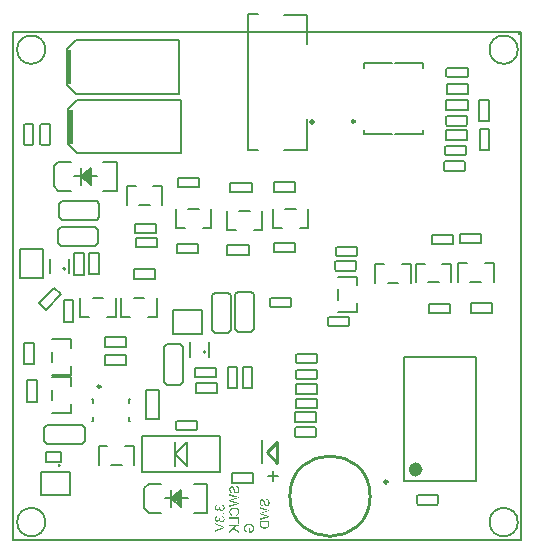
<source format=gbo>
%FSLAX25Y25*%
%MOIN*%
G70*
G01*
G75*
G04 Layer_Color=32896*
%ADD10C,0.01500*%
%ADD11C,0.02000*%
%ADD12R,0.02362X0.02362*%
%ADD13R,0.05000X0.07874*%
%ADD14R,0.05000X0.05000*%
%ADD15R,0.04800X0.05600*%
%ADD16R,0.02362X0.02362*%
%ADD17R,0.02756X0.03347*%
%ADD18O,0.06299X0.01181*%
%ADD19O,0.01181X0.06299*%
%ADD20R,0.06299X0.01181*%
%ADD21C,0.03937*%
G04:AMPARAMS|DCode=22|XSize=41.34mil|YSize=86.61mil|CornerRadius=6.2mil|HoleSize=0mil|Usage=FLASHONLY|Rotation=0.000|XOffset=0mil|YOffset=0mil|HoleType=Round|Shape=RoundedRectangle|*
%AMROUNDEDRECTD22*
21,1,0.04134,0.07421,0,0,0.0*
21,1,0.02894,0.08661,0,0,0.0*
1,1,0.01240,0.01447,-0.03711*
1,1,0.01240,-0.01447,-0.03711*
1,1,0.01240,-0.01447,0.03711*
1,1,0.01240,0.01447,0.03711*
%
%ADD22ROUNDEDRECTD22*%
G04:AMPARAMS|DCode=23|XSize=39.37mil|YSize=41.34mil|CornerRadius=5.91mil|HoleSize=0mil|Usage=FLASHONLY|Rotation=0.000|XOffset=0mil|YOffset=0mil|HoleType=Round|Shape=RoundedRectangle|*
%AMROUNDEDRECTD23*
21,1,0.03937,0.02953,0,0,0.0*
21,1,0.02756,0.04134,0,0,0.0*
1,1,0.01181,0.01378,-0.01476*
1,1,0.01181,-0.01378,-0.01476*
1,1,0.01181,-0.01378,0.01476*
1,1,0.01181,0.01378,0.01476*
%
%ADD23ROUNDEDRECTD23*%
%ADD24R,0.00984X0.01083*%
%ADD25R,0.01083X0.00984*%
%ADD26R,0.03347X0.02756*%
%ADD27R,0.01890X0.01181*%
%ADD28R,0.01181X0.01890*%
%ADD29R,0.00984X0.01083*%
%ADD30R,0.01083X0.00984*%
%ADD31R,0.00787X0.01378*%
%ADD32R,0.01181X0.01378*%
%ADD33R,0.00984X0.01378*%
%ADD34R,0.01181X0.01181*%
%ADD35R,0.03937X0.02362*%
%ADD36R,0.03937X0.03150*%
%ADD37R,0.03150X0.03937*%
%ADD38R,0.09843X0.11811*%
%ADD39O,0.07087X0.02362*%
%ADD40O,0.02362X0.07087*%
%ADD41C,0.00800*%
%ADD42C,0.01000*%
%ADD43C,0.00500*%
%ADD44C,0.00600*%
%ADD45R,0.12000X0.09600*%
%ADD46C,0.02000*%
%ADD47C,0.04000*%
%ADD48C,0.03000*%
%ADD49C,0.05000*%
%ADD50C,0.04000*%
%ADD51C,0.03000*%
%ADD52R,0.05906X0.03150*%
%ADD53R,0.07874X0.07087*%
%ADD54R,0.05906X0.05118*%
%ADD55R,0.02362X0.03937*%
%ADD56R,0.07874X0.07874*%
%ADD57P,0.03341X4X90.0*%
%ADD58R,0.09843X0.01969*%
%ADD59O,0.03937X0.07874*%
%ADD60R,0.08661X0.11811*%
G04:AMPARAMS|DCode=61|XSize=45mil|YSize=65mil|CornerRadius=5.63mil|HoleSize=0mil|Usage=FLASHONLY|Rotation=0.000|XOffset=0mil|YOffset=0mil|HoleType=Round|Shape=RoundedRectangle|*
%AMROUNDEDRECTD61*
21,1,0.04500,0.05375,0,0,0.0*
21,1,0.03375,0.06500,0,0,0.0*
1,1,0.01125,0.01688,-0.02688*
1,1,0.01125,-0.01688,-0.02688*
1,1,0.01125,-0.01688,0.02688*
1,1,0.01125,0.01688,0.02688*
%
%ADD61ROUNDEDRECTD61*%
%ADD62O,0.02953X0.01772*%
%ADD63R,0.11811X0.19685*%
%ADD64O,0.08661X0.02362*%
%ADD65R,0.07087X0.04331*%
%ADD66O,0.01378X0.02756*%
%ADD67R,0.05118X0.03937*%
%ADD68R,0.01200X0.01800*%
%ADD69R,0.02559X0.04921*%
%ADD70R,0.03937X0.05118*%
%ADD71R,0.04921X0.02559*%
%ADD72C,0.00787*%
%ADD73O,0.07874X0.03937*%
%ADD74R,0.10738X0.04200*%
%ADD75C,0.01200*%
%ADD76C,0.00300*%
%ADD77C,0.00400*%
%ADD78R,0.35200X0.19400*%
%ADD79R,0.02228X0.02472*%
%ADD80R,0.03162X0.03162*%
%ADD81R,0.05800X0.08674*%
%ADD82R,0.05800X0.05800*%
%ADD83R,0.05600X0.06400*%
%ADD84R,0.03162X0.03162*%
%ADD85R,0.03556X0.04147*%
%ADD86O,0.07099X0.01981*%
%ADD87O,0.01981X0.07099*%
%ADD88R,0.07099X0.01981*%
%ADD89C,0.04737*%
G04:AMPARAMS|DCode=90|XSize=49.34mil|YSize=94.61mil|CornerRadius=7.4mil|HoleSize=0mil|Usage=FLASHONLY|Rotation=0.000|XOffset=0mil|YOffset=0mil|HoleType=Round|Shape=RoundedRectangle|*
%AMROUNDEDRECTD90*
21,1,0.04934,0.07981,0,0,0.0*
21,1,0.03454,0.09461,0,0,0.0*
1,1,0.01480,0.01727,-0.03991*
1,1,0.01480,-0.01727,-0.03991*
1,1,0.01480,-0.01727,0.03991*
1,1,0.01480,0.01727,0.03991*
%
%ADD90ROUNDEDRECTD90*%
G04:AMPARAMS|DCode=91|XSize=47.37mil|YSize=49.34mil|CornerRadius=7.11mil|HoleSize=0mil|Usage=FLASHONLY|Rotation=0.000|XOffset=0mil|YOffset=0mil|HoleType=Round|Shape=RoundedRectangle|*
%AMROUNDEDRECTD91*
21,1,0.04737,0.03513,0,0,0.0*
21,1,0.03316,0.04934,0,0,0.0*
1,1,0.01421,0.01658,-0.01756*
1,1,0.01421,-0.01658,-0.01756*
1,1,0.01421,-0.01658,0.01756*
1,1,0.01421,0.01658,0.01756*
%
%ADD91ROUNDEDRECTD91*%
%ADD92R,0.01784X0.01883*%
%ADD93R,0.01883X0.01784*%
%ADD94R,0.04147X0.03556*%
%ADD95R,0.02690X0.01981*%
%ADD96R,0.01981X0.02690*%
%ADD97R,0.01784X0.01883*%
%ADD98R,0.01883X0.01784*%
%ADD99R,0.01587X0.02178*%
%ADD100R,0.01981X0.02178*%
%ADD101R,0.01784X0.02178*%
%ADD102R,0.01981X0.01981*%
%ADD103R,0.04737X0.03162*%
%ADD104R,0.04737X0.03950*%
%ADD105R,0.03950X0.04737*%
%ADD106R,0.10642X0.12611*%
%ADD107O,0.07887X0.03162*%
%ADD108O,0.03162X0.07887*%
%ADD109R,0.06706X0.03950*%
%ADD110R,0.08674X0.07887*%
%ADD111R,0.06706X0.05918*%
%ADD112R,0.03162X0.04737*%
%ADD113R,0.08674X0.08674*%
%ADD114P,0.04472X4X90.0*%
%ADD115R,0.10642X0.02769*%
%ADD116O,0.04737X0.08674*%
%ADD117R,0.09461X0.12611*%
G04:AMPARAMS|DCode=118|XSize=53mil|YSize=73mil|CornerRadius=6.63mil|HoleSize=0mil|Usage=FLASHONLY|Rotation=0.000|XOffset=0mil|YOffset=0mil|HoleType=Round|Shape=RoundedRectangle|*
%AMROUNDEDRECTD118*
21,1,0.05300,0.05975,0,0,0.0*
21,1,0.03975,0.07300,0,0,0.0*
1,1,0.01325,0.01988,-0.02988*
1,1,0.01325,-0.01988,-0.02988*
1,1,0.01325,-0.01988,0.02988*
1,1,0.01325,0.01988,0.02988*
%
%ADD118ROUNDEDRECTD118*%
%ADD119O,0.03753X0.02572*%
%ADD120R,0.12611X0.20485*%
%ADD121O,0.09461X0.03162*%
%ADD122R,0.07887X0.05131*%
%ADD123O,0.02178X0.03556*%
%ADD124R,0.05918X0.04737*%
%ADD125R,0.02000X0.02600*%
%ADD126R,0.03359X0.05721*%
%ADD127R,0.04737X0.05918*%
%ADD128R,0.05721X0.03359*%
%ADD129C,0.01587*%
%ADD130O,0.08674X0.04737*%
%ADD131C,0.00984*%
%ADD132C,0.02362*%
%ADD133C,0.01969*%
%ADD134C,0.00787*%
%ADD135C,0.00700*%
%ADD136R,0.01075X0.08000*%
%ADD137R,0.01575X0.11811*%
%ADD138R,0.00500X0.01500*%
%ADD139R,0.00600X0.02400*%
%ADD140R,0.00700X0.03600*%
%ADD141R,0.00800X0.04800*%
G36*
X75200Y4530D02*
X74090D01*
X73583Y4005D01*
X75200Y2867D01*
Y2305D01*
X73295Y3707D01*
X71997Y2364D01*
Y2940D01*
X73583Y4530D01*
X71997D01*
Y4953D01*
X75200D01*
Y4530D01*
D02*
G37*
G36*
Y5439D02*
X74822D01*
Y7017D01*
X71997D01*
Y7441D01*
X75200D01*
Y5439D01*
D02*
G37*
G36*
X73659Y10772D02*
X73743Y10768D01*
X73902Y10748D01*
X73979Y10737D01*
X74048Y10723D01*
X74114Y10706D01*
X74176Y10692D01*
X74232Y10675D01*
X74284Y10661D01*
X74326Y10647D01*
X74364Y10633D01*
X74392Y10623D01*
X74416Y10616D01*
X74430Y10612D01*
X74433Y10609D01*
X74506Y10574D01*
X74575Y10539D01*
X74638Y10501D01*
X74697Y10460D01*
X74752Y10418D01*
X74801Y10380D01*
X74846Y10338D01*
X74888Y10300D01*
X74926Y10262D01*
X74957Y10227D01*
X74981Y10196D01*
X75006Y10168D01*
X75023Y10147D01*
X75033Y10130D01*
X75040Y10120D01*
X75044Y10116D01*
X75082Y10054D01*
X75113Y9988D01*
X75141Y9918D01*
X75165Y9845D01*
X75183Y9776D01*
X75200Y9707D01*
X75214Y9637D01*
X75224Y9571D01*
X75235Y9509D01*
X75242Y9453D01*
X75245Y9401D01*
X75249Y9360D01*
X75252Y9322D01*
Y9297D01*
Y9280D01*
Y9273D01*
X75249Y9179D01*
X75242Y9093D01*
X75228Y9009D01*
X75210Y8929D01*
X75190Y8853D01*
X75165Y8784D01*
X75141Y8721D01*
X75117Y8662D01*
X75092Y8607D01*
X75068Y8562D01*
X75044Y8520D01*
X75023Y8489D01*
X75006Y8461D01*
X74992Y8444D01*
X74985Y8430D01*
X74981Y8426D01*
X74926Y8364D01*
X74867Y8305D01*
X74804Y8253D01*
X74742Y8204D01*
X74676Y8159D01*
X74607Y8121D01*
X74544Y8086D01*
X74478Y8055D01*
X74419Y8027D01*
X74364Y8006D01*
X74312Y7986D01*
X74270Y7972D01*
X74232Y7958D01*
X74208Y7951D01*
X74190Y7944D01*
X74183D01*
X74076Y8367D01*
X74149Y8385D01*
X74218Y8409D01*
X74284Y8433D01*
X74343Y8457D01*
X74398Y8485D01*
X74447Y8513D01*
X74492Y8541D01*
X74534Y8568D01*
X74568Y8596D01*
X74600Y8621D01*
X74627Y8645D01*
X74648Y8662D01*
X74666Y8680D01*
X74676Y8693D01*
X74683Y8700D01*
X74686Y8704D01*
X74721Y8753D01*
X74752Y8801D01*
X74780Y8850D01*
X74804Y8902D01*
X74825Y8954D01*
X74843Y9002D01*
X74867Y9099D01*
X74874Y9141D01*
X74881Y9183D01*
X74884Y9217D01*
X74888Y9249D01*
X74891Y9273D01*
Y9290D01*
Y9304D01*
Y9308D01*
X74888Y9363D01*
X74884Y9415D01*
X74867Y9516D01*
X74843Y9610D01*
X74815Y9689D01*
X74801Y9724D01*
X74791Y9755D01*
X74777Y9783D01*
X74766Y9807D01*
X74756Y9828D01*
X74749Y9842D01*
X74742Y9849D01*
Y9852D01*
X74711Y9898D01*
X74679Y9939D01*
X74607Y10016D01*
X74534Y10078D01*
X74457Y10130D01*
X74392Y10168D01*
X74364Y10186D01*
X74336Y10199D01*
X74315Y10206D01*
X74301Y10213D01*
X74291Y10220D01*
X74287D01*
X74169Y10258D01*
X74048Y10290D01*
X73927Y10311D01*
X73871Y10317D01*
X73816Y10324D01*
X73763Y10328D01*
X73718Y10331D01*
X73677Y10335D01*
X73642D01*
X73611Y10338D01*
X73573D01*
X73455Y10335D01*
X73344Y10324D01*
X73239Y10307D01*
X73191Y10300D01*
X73146Y10290D01*
X73108Y10279D01*
X73069Y10272D01*
X73038Y10262D01*
X73010Y10255D01*
X72990Y10251D01*
X72972Y10244D01*
X72962Y10241D01*
X72958D01*
X72851Y10196D01*
X72757Y10144D01*
X72677Y10088D01*
X72643Y10057D01*
X72608Y10029D01*
X72580Y10002D01*
X72556Y9977D01*
X72532Y9953D01*
X72514Y9936D01*
X72500Y9918D01*
X72490Y9905D01*
X72487Y9898D01*
X72483Y9894D01*
X72452Y9845D01*
X72424Y9797D01*
X72400Y9745D01*
X72379Y9693D01*
X72348Y9589D01*
X72323Y9488D01*
X72316Y9447D01*
X72313Y9405D01*
X72309Y9367D01*
X72306Y9335D01*
X72303Y9308D01*
Y9290D01*
Y9276D01*
Y9273D01*
Y9214D01*
X72309Y9158D01*
X72327Y9054D01*
X72355Y8964D01*
X72369Y8926D01*
X72382Y8888D01*
X72396Y8853D01*
X72410Y8825D01*
X72424Y8801D01*
X72438Y8780D01*
X72448Y8763D01*
X72455Y8753D01*
X72459Y8745D01*
X72462Y8742D01*
X72493Y8704D01*
X72528Y8666D01*
X72608Y8603D01*
X72695Y8544D01*
X72778Y8499D01*
X72854Y8464D01*
X72886Y8447D01*
X72913Y8437D01*
X72938Y8426D01*
X72958Y8423D01*
X72969Y8416D01*
X72972D01*
X72875Y7999D01*
X72795Y8027D01*
X72719Y8059D01*
X72646Y8090D01*
X72580Y8128D01*
X72518Y8163D01*
X72462Y8201D01*
X72410Y8239D01*
X72365Y8277D01*
X72323Y8315D01*
X72289Y8347D01*
X72257Y8378D01*
X72233Y8405D01*
X72212Y8426D01*
X72198Y8444D01*
X72192Y8454D01*
X72188Y8457D01*
X72143Y8520D01*
X72108Y8586D01*
X72074Y8652D01*
X72046Y8721D01*
X72022Y8791D01*
X72001Y8857D01*
X71987Y8923D01*
X71973Y8985D01*
X71962Y9044D01*
X71956Y9096D01*
X71949Y9145D01*
X71945Y9186D01*
X71942Y9221D01*
Y9245D01*
Y9259D01*
Y9266D01*
X71945Y9346D01*
X71949Y9422D01*
X71973Y9564D01*
X71987Y9634D01*
X72004Y9696D01*
X72022Y9759D01*
X72039Y9814D01*
X72056Y9863D01*
X72074Y9908D01*
X72091Y9950D01*
X72105Y9981D01*
X72119Y10009D01*
X72129Y10026D01*
X72132Y10040D01*
X72136Y10043D01*
X72174Y10106D01*
X72216Y10168D01*
X72261Y10224D01*
X72306Y10276D01*
X72355Y10324D01*
X72400Y10369D01*
X72448Y10408D01*
X72490Y10446D01*
X72535Y10477D01*
X72573Y10505D01*
X72608Y10529D01*
X72639Y10550D01*
X72667Y10564D01*
X72684Y10574D01*
X72698Y10581D01*
X72702Y10585D01*
X72771Y10619D01*
X72847Y10647D01*
X72920Y10671D01*
X72993Y10696D01*
X73142Y10730D01*
X73212Y10741D01*
X73278Y10751D01*
X73340Y10758D01*
X73396Y10765D01*
X73448Y10768D01*
X73493Y10772D01*
X73527Y10775D01*
X73576D01*
X73659Y10772D01*
D02*
G37*
G36*
X85300Y5198D02*
X85296Y5094D01*
X85293Y4997D01*
X85283Y4910D01*
X85272Y4834D01*
X85269Y4803D01*
X85265Y4775D01*
X85258Y4747D01*
X85255Y4727D01*
X85251Y4709D01*
Y4699D01*
X85248Y4692D01*
Y4688D01*
X85224Y4609D01*
X85199Y4532D01*
X85172Y4466D01*
X85147Y4411D01*
X85123Y4366D01*
X85106Y4331D01*
X85092Y4310D01*
X85088Y4307D01*
Y4303D01*
X85043Y4244D01*
X84998Y4189D01*
X84949Y4140D01*
X84901Y4098D01*
X84859Y4060D01*
X84828Y4036D01*
X84814Y4026D01*
X84804Y4019D01*
X84800Y4012D01*
X84797D01*
X84724Y3963D01*
X84648Y3921D01*
X84568Y3883D01*
X84495Y3852D01*
X84429Y3828D01*
X84401Y3817D01*
X84377Y3807D01*
X84360Y3804D01*
X84346Y3797D01*
X84335Y3793D01*
X84332D01*
X84221Y3765D01*
X84110Y3745D01*
X84002Y3727D01*
X83902Y3717D01*
X83856Y3713D01*
X83815Y3710D01*
X83777D01*
X83745Y3706D01*
X83683D01*
X83527Y3713D01*
X83454Y3717D01*
X83385Y3727D01*
X83319Y3738D01*
X83256Y3748D01*
X83197Y3758D01*
X83142Y3769D01*
X83093Y3783D01*
X83051Y3793D01*
X83013Y3804D01*
X82982Y3814D01*
X82958Y3824D01*
X82937Y3828D01*
X82926Y3835D01*
X82923D01*
X82805Y3887D01*
X82697Y3946D01*
X82649Y3977D01*
X82604Y4008D01*
X82562Y4039D01*
X82524Y4071D01*
X82489Y4098D01*
X82462Y4126D01*
X82434Y4151D01*
X82413Y4171D01*
X82396Y4189D01*
X82385Y4203D01*
X82378Y4210D01*
X82375Y4213D01*
X82316Y4289D01*
X82267Y4369D01*
X82229Y4445D01*
X82198Y4518D01*
X82174Y4584D01*
X82167Y4612D01*
X82160Y4636D01*
X82153Y4654D01*
X82149Y4668D01*
X82146Y4678D01*
Y4682D01*
X82139Y4720D01*
X82128Y4761D01*
X82118Y4855D01*
X82108Y4949D01*
X82104Y5042D01*
X82101Y5084D01*
Y5126D01*
X82097Y5160D01*
Y5192D01*
Y5219D01*
Y5237D01*
Y5251D01*
Y5254D01*
Y6354D01*
X85300D01*
Y5198D01*
D02*
G37*
G36*
Y10022D02*
Y9581D01*
X82861Y8908D01*
X82802Y8891D01*
X82739Y8873D01*
X82673Y8856D01*
X82614Y8842D01*
X82566Y8828D01*
X82541Y8825D01*
X82524Y8821D01*
X82507Y8814D01*
X82496D01*
X82489Y8811D01*
X82486D01*
X82500Y8807D01*
X82521Y8800D01*
X82545Y8793D01*
X82573Y8787D01*
X82635Y8769D01*
X82697Y8752D01*
X82760Y8734D01*
X82788Y8727D01*
X82812Y8721D01*
X82833Y8714D01*
X82847Y8710D01*
X82857Y8707D01*
X82861D01*
X85300Y8037D01*
Y7624D01*
X82097Y6746D01*
Y7173D01*
X84158Y7676D01*
X84301Y7711D01*
X84433Y7742D01*
X84491Y7756D01*
X84550Y7770D01*
X84602Y7780D01*
X84651Y7791D01*
X84696Y7801D01*
X84734Y7811D01*
X84769Y7818D01*
X84800Y7825D01*
X84821Y7829D01*
X84838Y7832D01*
X84849Y7836D01*
X84852D01*
X84651Y7870D01*
X84453Y7909D01*
X84356Y7929D01*
X84263Y7950D01*
X84172Y7971D01*
X84089Y7992D01*
X84009Y8013D01*
X83940Y8030D01*
X83877Y8047D01*
X83825Y8061D01*
X83780Y8072D01*
X83749Y8082D01*
X83728Y8085D01*
X83721Y8089D01*
X82097Y8544D01*
Y9054D01*
X84263Y9664D01*
X84283Y9671D01*
X84311Y9678D01*
X84346Y9685D01*
X84387Y9696D01*
X84436Y9709D01*
X84485Y9720D01*
X84589Y9748D01*
X84637Y9758D01*
X84686Y9772D01*
X84731Y9782D01*
X84773Y9789D01*
X84804Y9800D01*
X84832Y9803D01*
X84845Y9810D01*
X84852D01*
X84731Y9831D01*
X84613Y9855D01*
X84505Y9876D01*
X84453Y9887D01*
X84405Y9897D01*
X84360Y9907D01*
X84321Y9918D01*
X84287Y9925D01*
X84255Y9932D01*
X84231Y9939D01*
X84214Y9942D01*
X84203Y9945D01*
X84200D01*
X82097Y10428D01*
Y10865D01*
X85300Y10022D01*
D02*
G37*
G36*
X84328Y13697D02*
X84387Y13690D01*
X84495Y13669D01*
X84596Y13641D01*
X84641Y13627D01*
X84679Y13610D01*
X84717Y13596D01*
X84752Y13579D01*
X84780Y13565D01*
X84804Y13551D01*
X84825Y13540D01*
X84838Y13533D01*
X84845Y13530D01*
X84849Y13526D01*
X84939Y13461D01*
X85015Y13384D01*
X85081Y13308D01*
X85133Y13235D01*
X85175Y13169D01*
X85189Y13141D01*
X85203Y13117D01*
X85213Y13096D01*
X85220Y13082D01*
X85227Y13072D01*
Y13069D01*
X85269Y12950D01*
X85300Y12829D01*
X85321Y12708D01*
X85335Y12593D01*
X85342Y12538D01*
X85345Y12489D01*
X85349Y12447D01*
Y12409D01*
X85352Y12378D01*
Y12357D01*
Y12340D01*
Y12336D01*
X85345Y12211D01*
X85331Y12097D01*
X85314Y11993D01*
X85300Y11944D01*
X85290Y11902D01*
X85279Y11861D01*
X85265Y11826D01*
X85255Y11795D01*
X85248Y11771D01*
X85237Y11750D01*
X85234Y11736D01*
X85227Y11726D01*
Y11722D01*
X85175Y11625D01*
X85120Y11542D01*
X85061Y11469D01*
X85005Y11410D01*
X84953Y11361D01*
X84915Y11330D01*
X84898Y11316D01*
X84887Y11309D01*
X84880Y11302D01*
X84877D01*
X84835Y11275D01*
X84790Y11254D01*
X84707Y11215D01*
X84627Y11188D01*
X84554Y11170D01*
X84488Y11160D01*
X84464Y11157D01*
X84439D01*
X84422Y11153D01*
X84398D01*
X84304Y11160D01*
X84217Y11174D01*
X84141Y11195D01*
X84075Y11219D01*
X84020Y11247D01*
X83995Y11257D01*
X83978Y11268D01*
X83964Y11275D01*
X83954Y11281D01*
X83947Y11288D01*
X83943D01*
X83908Y11316D01*
X83874Y11344D01*
X83808Y11410D01*
X83752Y11476D01*
X83707Y11545D01*
X83669Y11604D01*
X83652Y11632D01*
X83641Y11656D01*
X83631Y11673D01*
X83624Y11687D01*
X83617Y11698D01*
Y11701D01*
X83600Y11739D01*
X83582Y11788D01*
X83565Y11837D01*
X83548Y11892D01*
X83516Y12010D01*
X83485Y12128D01*
X83468Y12184D01*
X83457Y12236D01*
X83444Y12284D01*
X83437Y12326D01*
X83426Y12361D01*
X83419Y12385D01*
X83416Y12402D01*
Y12409D01*
X83395Y12503D01*
X83371Y12586D01*
X83350Y12659D01*
X83329Y12728D01*
X83308Y12787D01*
X83291Y12839D01*
X83274Y12885D01*
X83256Y12923D01*
X83239Y12954D01*
X83225Y12982D01*
X83214Y13002D01*
X83204Y13020D01*
X83194Y13034D01*
X83187Y13041D01*
X83183Y13048D01*
X83138Y13089D01*
X83093Y13117D01*
X83044Y13138D01*
X82999Y13155D01*
X82961Y13162D01*
X82930Y13166D01*
X82909Y13169D01*
X82902D01*
X82864Y13166D01*
X82829Y13162D01*
X82767Y13141D01*
X82708Y13114D01*
X82659Y13082D01*
X82618Y13051D01*
X82586Y13023D01*
X82569Y13002D01*
X82562Y12999D01*
Y12996D01*
X82538Y12961D01*
X82514Y12919D01*
X82479Y12833D01*
X82455Y12742D01*
X82437Y12649D01*
X82430Y12607D01*
X82427Y12565D01*
X82423Y12531D01*
Y12499D01*
X82420Y12472D01*
Y12454D01*
Y12440D01*
Y12437D01*
Y12371D01*
X82427Y12308D01*
X82434Y12250D01*
X82444Y12194D01*
X82455Y12145D01*
X82468Y12100D01*
X82482Y12059D01*
X82496Y12021D01*
X82514Y11989D01*
X82528Y11962D01*
X82541Y11937D01*
X82552Y11916D01*
X82562Y11902D01*
X82569Y11889D01*
X82573Y11885D01*
X82576Y11882D01*
X82607Y11847D01*
X82639Y11816D01*
X82711Y11767D01*
X82788Y11726D01*
X82861Y11698D01*
X82926Y11677D01*
X82954Y11670D01*
X82982Y11663D01*
X83003Y11660D01*
X83017D01*
X83027Y11656D01*
X83031D01*
X82999Y11250D01*
X82895Y11261D01*
X82802Y11281D01*
X82715Y11306D01*
X82642Y11333D01*
X82611Y11351D01*
X82579Y11361D01*
X82555Y11375D01*
X82534Y11385D01*
X82517Y11396D01*
X82507Y11403D01*
X82500Y11406D01*
X82496Y11410D01*
X82416Y11469D01*
X82350Y11535D01*
X82292Y11604D01*
X82243Y11673D01*
X82208Y11733D01*
X82194Y11760D01*
X82181Y11781D01*
X82170Y11798D01*
X82167Y11816D01*
X82160Y11823D01*
Y11826D01*
X82121Y11930D01*
X82090Y12038D01*
X82069Y12145D01*
X82056Y12243D01*
X82052Y12288D01*
X82049Y12326D01*
X82045Y12364D01*
X82042Y12395D01*
Y12420D01*
Y12437D01*
Y12451D01*
Y12454D01*
X82045Y12572D01*
X82059Y12683D01*
X82076Y12780D01*
X82087Y12826D01*
X82097Y12867D01*
X82108Y12905D01*
X82118Y12940D01*
X82128Y12971D01*
X82135Y12996D01*
X82142Y13013D01*
X82149Y13030D01*
X82153Y13037D01*
Y13041D01*
X82198Y13134D01*
X82250Y13214D01*
X82302Y13284D01*
X82354Y13339D01*
X82402Y13384D01*
X82441Y13419D01*
X82455Y13429D01*
X82465Y13436D01*
X82472Y13443D01*
X82475D01*
X82555Y13488D01*
X82635Y13523D01*
X82708Y13544D01*
X82777Y13561D01*
X82840Y13572D01*
X82864Y13575D01*
X82885D01*
X82902Y13579D01*
X82926D01*
X83006Y13575D01*
X83083Y13561D01*
X83152Y13544D01*
X83211Y13523D01*
X83260Y13502D01*
X83298Y13485D01*
X83312Y13478D01*
X83322Y13471D01*
X83326Y13467D01*
X83329D01*
X83391Y13422D01*
X83451Y13367D01*
X83499Y13311D01*
X83544Y13252D01*
X83579Y13204D01*
X83603Y13162D01*
X83610Y13145D01*
X83617Y13134D01*
X83624Y13127D01*
Y13124D01*
X83641Y13089D01*
X83659Y13048D01*
X83676Y13002D01*
X83693Y12954D01*
X83728Y12853D01*
X83759Y12749D01*
X83773Y12701D01*
X83787Y12659D01*
X83798Y12617D01*
X83808Y12579D01*
X83815Y12551D01*
X83822Y12527D01*
X83825Y12513D01*
Y12510D01*
X83843Y12430D01*
X83863Y12357D01*
X83877Y12295D01*
X83895Y12236D01*
X83908Y12184D01*
X83919Y12135D01*
X83933Y12097D01*
X83943Y12059D01*
X83950Y12031D01*
X83961Y12003D01*
X83968Y11982D01*
X83971Y11969D01*
X83974Y11955D01*
X83978Y11948D01*
X83981Y11941D01*
X84013Y11871D01*
X84044Y11812D01*
X84075Y11760D01*
X84103Y11722D01*
X84131Y11691D01*
X84151Y11670D01*
X84165Y11656D01*
X84169Y11653D01*
X84210Y11621D01*
X84255Y11601D01*
X84301Y11583D01*
X84342Y11573D01*
X84377Y11566D01*
X84408Y11563D01*
X84433D01*
X84485Y11566D01*
X84537Y11576D01*
X84582Y11594D01*
X84623Y11608D01*
X84658Y11625D01*
X84686Y11642D01*
X84700Y11653D01*
X84707Y11656D01*
X84752Y11694D01*
X84790Y11736D01*
X84825Y11785D01*
X84852Y11830D01*
X84873Y11871D01*
X84891Y11902D01*
X84898Y11916D01*
X84901Y11927D01*
X84904Y11930D01*
Y11934D01*
X84929Y12003D01*
X84946Y12076D01*
X84957Y12149D01*
X84963Y12215D01*
X84970Y12270D01*
Y12295D01*
X84974Y12315D01*
Y12333D01*
Y12347D01*
Y12354D01*
Y12357D01*
X84970Y12458D01*
X84960Y12548D01*
X84943Y12635D01*
X84925Y12708D01*
X84918Y12739D01*
X84911Y12767D01*
X84901Y12791D01*
X84894Y12812D01*
X84887Y12829D01*
X84884Y12839D01*
X84880Y12846D01*
Y12850D01*
X84842Y12926D01*
X84800Y12992D01*
X84762Y13048D01*
X84720Y13093D01*
X84686Y13127D01*
X84658Y13152D01*
X84641Y13169D01*
X84634Y13173D01*
X84571Y13207D01*
X84505Y13235D01*
X84439Y13256D01*
X84377Y13273D01*
X84318Y13287D01*
X84297Y13291D01*
X84276Y13294D01*
X84259Y13297D01*
X84245Y13301D01*
X84235D01*
X84269Y13700D01*
X84328Y13697D01*
D02*
G37*
G36*
X75200Y14322D02*
Y13881D01*
X72761Y13208D01*
X72702Y13191D01*
X72639Y13173D01*
X72573Y13156D01*
X72514Y13142D01*
X72466Y13128D01*
X72441Y13125D01*
X72424Y13121D01*
X72407Y13114D01*
X72396D01*
X72389Y13111D01*
X72386D01*
X72400Y13107D01*
X72421Y13100D01*
X72445Y13093D01*
X72473Y13086D01*
X72535Y13069D01*
X72597Y13052D01*
X72660Y13034D01*
X72688Y13027D01*
X72712Y13021D01*
X72733Y13014D01*
X72747Y13010D01*
X72757Y13007D01*
X72761D01*
X75200Y12337D01*
Y11924D01*
X71997Y11046D01*
Y11473D01*
X74058Y11976D01*
X74201Y12011D01*
X74332Y12042D01*
X74392Y12056D01*
X74450Y12070D01*
X74502Y12080D01*
X74551Y12091D01*
X74596Y12101D01*
X74634Y12111D01*
X74669Y12118D01*
X74700Y12125D01*
X74721Y12129D01*
X74739Y12132D01*
X74749Y12136D01*
X74752D01*
X74551Y12170D01*
X74353Y12209D01*
X74256Y12229D01*
X74163Y12250D01*
X74072Y12271D01*
X73989Y12292D01*
X73909Y12313D01*
X73840Y12330D01*
X73777Y12347D01*
X73725Y12361D01*
X73680Y12372D01*
X73649Y12382D01*
X73628Y12386D01*
X73621Y12389D01*
X71997Y12844D01*
Y13354D01*
X74163Y13964D01*
X74183Y13971D01*
X74211Y13978D01*
X74246Y13985D01*
X74287Y13996D01*
X74336Y14009D01*
X74385Y14020D01*
X74489Y14048D01*
X74537Y14058D01*
X74586Y14072D01*
X74631Y14082D01*
X74673Y14089D01*
X74704Y14100D01*
X74732Y14103D01*
X74745Y14110D01*
X74752D01*
X74631Y14131D01*
X74513Y14155D01*
X74405Y14176D01*
X74353Y14187D01*
X74305Y14197D01*
X74260Y14207D01*
X74221Y14218D01*
X74187Y14225D01*
X74155Y14232D01*
X74131Y14239D01*
X74114Y14242D01*
X74103Y14245D01*
X74100D01*
X71997Y14728D01*
Y15165D01*
X75200Y14322D01*
D02*
G37*
G36*
X69526Y7959D02*
X69596Y7946D01*
X69661Y7925D01*
X69724Y7904D01*
X69783Y7880D01*
X69835Y7852D01*
X69887Y7824D01*
X69929Y7796D01*
X69970Y7768D01*
X70005Y7744D01*
X70036Y7720D01*
X70061Y7699D01*
X70081Y7678D01*
X70095Y7664D01*
X70102Y7658D01*
X70106Y7654D01*
X70151Y7602D01*
X70189Y7543D01*
X70220Y7487D01*
X70251Y7428D01*
X70276Y7369D01*
X70293Y7310D01*
X70310Y7255D01*
X70324Y7199D01*
X70335Y7147D01*
X70342Y7102D01*
X70349Y7061D01*
X70352Y7022D01*
Y6995D01*
X70355Y6970D01*
Y6956D01*
Y6953D01*
X70352Y6866D01*
X70342Y6786D01*
X70328Y6710D01*
X70310Y6637D01*
X70290Y6568D01*
X70265Y6505D01*
X70237Y6446D01*
X70210Y6394D01*
X70186Y6346D01*
X70158Y6304D01*
X70133Y6266D01*
X70113Y6238D01*
X70095Y6214D01*
X70081Y6197D01*
X70071Y6186D01*
X70068Y6183D01*
X70012Y6127D01*
X69953Y6082D01*
X69894Y6040D01*
X69832Y6006D01*
X69773Y5974D01*
X69714Y5950D01*
X69658Y5929D01*
X69603Y5912D01*
X69551Y5898D01*
X69505Y5891D01*
X69464Y5884D01*
X69426Y5877D01*
X69398D01*
X69374Y5874D01*
X69301D01*
X69245Y5881D01*
X69144Y5898D01*
X69058Y5926D01*
X69020Y5940D01*
X68985Y5954D01*
X68950Y5968D01*
X68922Y5981D01*
X68898Y5995D01*
X68881Y6009D01*
X68863Y6020D01*
X68853Y6027D01*
X68846Y6030D01*
X68843Y6033D01*
X68770Y6096D01*
X68711Y6169D01*
X68666Y6242D01*
X68628Y6311D01*
X68600Y6377D01*
X68589Y6405D01*
X68582Y6426D01*
X68575Y6446D01*
X68572Y6460D01*
X68568Y6471D01*
Y6474D01*
X68527Y6398D01*
X68485Y6332D01*
X68440Y6273D01*
X68395Y6228D01*
X68357Y6190D01*
X68326Y6165D01*
X68305Y6148D01*
X68301Y6145D01*
X68298D01*
X68232Y6106D01*
X68166Y6079D01*
X68103Y6058D01*
X68045Y6044D01*
X67996Y6037D01*
X67954Y6030D01*
X67920D01*
X67840Y6033D01*
X67763Y6047D01*
X67694Y6068D01*
X67632Y6089D01*
X67580Y6110D01*
X67559Y6120D01*
X67541Y6131D01*
X67528Y6138D01*
X67514Y6145D01*
X67510Y6148D01*
X67507D01*
X67437Y6197D01*
X67378Y6252D01*
X67326Y6308D01*
X67281Y6363D01*
X67246Y6412D01*
X67222Y6450D01*
X67212Y6467D01*
X67205Y6478D01*
X67201Y6485D01*
Y6488D01*
X67163Y6571D01*
X67135Y6655D01*
X67115Y6738D01*
X67101Y6811D01*
X67094Y6877D01*
X67090Y6901D01*
X67087Y6925D01*
Y6946D01*
Y6960D01*
Y6967D01*
Y6970D01*
X67090Y7040D01*
X67097Y7106D01*
X67108Y7168D01*
X67121Y7231D01*
X67139Y7286D01*
X67156Y7338D01*
X67177Y7387D01*
X67194Y7428D01*
X67215Y7470D01*
X67236Y7505D01*
X67253Y7532D01*
X67271Y7560D01*
X67285Y7578D01*
X67295Y7595D01*
X67302Y7602D01*
X67305Y7605D01*
X67347Y7650D01*
X67396Y7692D01*
X67444Y7730D01*
X67493Y7765D01*
X67545Y7796D01*
X67593Y7820D01*
X67694Y7866D01*
X67739Y7883D01*
X67781Y7897D01*
X67819Y7907D01*
X67850Y7918D01*
X67878Y7925D01*
X67899Y7928D01*
X67913Y7932D01*
X67916D01*
X67985Y7540D01*
X67885Y7519D01*
X67798Y7491D01*
X67722Y7460D01*
X67663Y7425D01*
X67614Y7397D01*
X67583Y7369D01*
X67562Y7352D01*
X67555Y7345D01*
X67507Y7283D01*
X67472Y7220D01*
X67444Y7154D01*
X67427Y7095D01*
X67416Y7040D01*
X67413Y7019D01*
Y6998D01*
X67409Y6981D01*
Y6970D01*
Y6963D01*
Y6960D01*
X67416Y6877D01*
X67430Y6804D01*
X67455Y6738D01*
X67479Y6682D01*
X67507Y6641D01*
X67531Y6610D01*
X67545Y6589D01*
X67552Y6582D01*
X67580Y6554D01*
X67607Y6533D01*
X67670Y6495D01*
X67729Y6467D01*
X67784Y6450D01*
X67836Y6440D01*
X67874Y6436D01*
X67892Y6432D01*
X67913D01*
X67961Y6436D01*
X68006Y6443D01*
X68051Y6450D01*
X68090Y6464D01*
X68159Y6498D01*
X68214Y6533D01*
X68260Y6571D01*
X68291Y6606D01*
X68301Y6620D01*
X68308Y6627D01*
X68315Y6634D01*
Y6637D01*
X68360Y6714D01*
X68392Y6793D01*
X68416Y6870D01*
X68430Y6939D01*
X68440Y6998D01*
X68444Y7022D01*
Y7047D01*
X68447Y7064D01*
Y7078D01*
Y7085D01*
Y7088D01*
Y7109D01*
X68444Y7130D01*
X68440Y7147D01*
Y7151D01*
Y7154D01*
X68784Y7196D01*
X68770Y7137D01*
X68759Y7081D01*
X68752Y7036D01*
X68745Y6995D01*
Y6963D01*
X68742Y6939D01*
Y6922D01*
Y6918D01*
X68745Y6870D01*
X68749Y6821D01*
X68770Y6734D01*
X68797Y6658D01*
X68829Y6592D01*
X68863Y6540D01*
X68877Y6519D01*
X68891Y6502D01*
X68902Y6488D01*
X68912Y6478D01*
X68915Y6474D01*
X68919Y6471D01*
X68954Y6440D01*
X68988Y6412D01*
X69023Y6387D01*
X69061Y6367D01*
X69134Y6335D01*
X69207Y6311D01*
X69269Y6301D01*
X69294Y6297D01*
X69318Y6294D01*
X69335Y6290D01*
X69363D01*
X69415Y6294D01*
X69464Y6297D01*
X69557Y6322D01*
X69637Y6349D01*
X69707Y6384D01*
X69738Y6405D01*
X69762Y6422D01*
X69786Y6436D01*
X69804Y6450D01*
X69818Y6464D01*
X69828Y6474D01*
X69835Y6478D01*
X69839Y6481D01*
X69873Y6519D01*
X69901Y6558D01*
X69925Y6596D01*
X69950Y6634D01*
X69984Y6714D01*
X70005Y6790D01*
X70019Y6852D01*
X70022Y6884D01*
X70026Y6904D01*
X70029Y6925D01*
Y6939D01*
Y6950D01*
Y6953D01*
X70022Y7036D01*
X70005Y7116D01*
X69984Y7182D01*
X69956Y7241D01*
X69929Y7290D01*
X69908Y7324D01*
X69898Y7335D01*
X69890Y7345D01*
X69884Y7349D01*
Y7352D01*
X69852Y7380D01*
X69821Y7408D01*
X69748Y7456D01*
X69669Y7494D01*
X69589Y7526D01*
X69516Y7550D01*
X69485Y7557D01*
X69457Y7564D01*
X69432Y7571D01*
X69415Y7574D01*
X69405Y7578D01*
X69401D01*
X69453Y7970D01*
X69526Y7959D01*
D02*
G37*
G36*
X70300Y8546D02*
X69852D01*
Y8993D01*
X70300D01*
Y8546D01*
D02*
G37*
G36*
X69526Y11690D02*
X69596Y11676D01*
X69661Y11655D01*
X69724Y11634D01*
X69783Y11610D01*
X69835Y11582D01*
X69887Y11554D01*
X69929Y11526D01*
X69970Y11499D01*
X70005Y11474D01*
X70036Y11450D01*
X70061Y11429D01*
X70081Y11408D01*
X70095Y11395D01*
X70102Y11388D01*
X70106Y11384D01*
X70151Y11332D01*
X70189Y11273D01*
X70220Y11218D01*
X70251Y11159D01*
X70276Y11100D01*
X70293Y11041D01*
X70310Y10985D01*
X70324Y10930D01*
X70335Y10878D01*
X70342Y10832D01*
X70349Y10791D01*
X70352Y10753D01*
Y10725D01*
X70355Y10701D01*
Y10687D01*
Y10683D01*
X70352Y10597D01*
X70342Y10517D01*
X70328Y10440D01*
X70310Y10368D01*
X70290Y10298D01*
X70265Y10236D01*
X70237Y10177D01*
X70210Y10125D01*
X70186Y10076D01*
X70158Y10034D01*
X70133Y9996D01*
X70113Y9968D01*
X70095Y9944D01*
X70081Y9927D01*
X70071Y9916D01*
X70068Y9913D01*
X70012Y9857D01*
X69953Y9812D01*
X69894Y9771D01*
X69832Y9736D01*
X69773Y9705D01*
X69714Y9680D01*
X69658Y9660D01*
X69603Y9642D01*
X69551Y9628D01*
X69505Y9622D01*
X69464Y9614D01*
X69426Y9608D01*
X69398D01*
X69374Y9604D01*
X69301D01*
X69245Y9611D01*
X69144Y9628D01*
X69058Y9656D01*
X69020Y9670D01*
X68985Y9684D01*
X68950Y9698D01*
X68922Y9712D01*
X68898Y9726D01*
X68881Y9739D01*
X68863Y9750D01*
X68853Y9757D01*
X68846Y9760D01*
X68843Y9764D01*
X68770Y9826D01*
X68711Y9899D01*
X68666Y9972D01*
X68628Y10041D01*
X68600Y10107D01*
X68589Y10135D01*
X68582Y10156D01*
X68575Y10177D01*
X68572Y10191D01*
X68568Y10201D01*
Y10204D01*
X68527Y10128D01*
X68485Y10062D01*
X68440Y10003D01*
X68395Y9958D01*
X68357Y9920D01*
X68326Y9896D01*
X68305Y9878D01*
X68301Y9875D01*
X68298D01*
X68232Y9837D01*
X68166Y9809D01*
X68103Y9788D01*
X68045Y9774D01*
X67996Y9767D01*
X67954Y9760D01*
X67920D01*
X67840Y9764D01*
X67763Y9778D01*
X67694Y9798D01*
X67632Y9819D01*
X67580Y9840D01*
X67559Y9850D01*
X67541Y9861D01*
X67528Y9868D01*
X67514Y9875D01*
X67510Y9878D01*
X67507D01*
X67437Y9927D01*
X67378Y9982D01*
X67326Y10038D01*
X67281Y10093D01*
X67246Y10142D01*
X67222Y10180D01*
X67212Y10198D01*
X67205Y10208D01*
X67201Y10215D01*
Y10218D01*
X67163Y10302D01*
X67135Y10385D01*
X67115Y10468D01*
X67101Y10541D01*
X67094Y10607D01*
X67090Y10631D01*
X67087Y10655D01*
Y10676D01*
Y10690D01*
Y10697D01*
Y10701D01*
X67090Y10770D01*
X67097Y10836D01*
X67108Y10898D01*
X67121Y10961D01*
X67139Y11016D01*
X67156Y11068D01*
X67177Y11117D01*
X67194Y11159D01*
X67215Y11200D01*
X67236Y11235D01*
X67253Y11263D01*
X67271Y11291D01*
X67285Y11308D01*
X67295Y11325D01*
X67302Y11332D01*
X67305Y11336D01*
X67347Y11381D01*
X67396Y11422D01*
X67444Y11461D01*
X67493Y11495D01*
X67545Y11526D01*
X67593Y11551D01*
X67694Y11596D01*
X67739Y11613D01*
X67781Y11627D01*
X67819Y11637D01*
X67850Y11648D01*
X67878Y11655D01*
X67899Y11658D01*
X67913Y11662D01*
X67916D01*
X67985Y11270D01*
X67885Y11249D01*
X67798Y11221D01*
X67722Y11190D01*
X67663Y11155D01*
X67614Y11128D01*
X67583Y11100D01*
X67562Y11082D01*
X67555Y11075D01*
X67507Y11013D01*
X67472Y10950D01*
X67444Y10885D01*
X67427Y10826D01*
X67416Y10770D01*
X67413Y10749D01*
Y10728D01*
X67409Y10711D01*
Y10701D01*
Y10694D01*
Y10690D01*
X67416Y10607D01*
X67430Y10534D01*
X67455Y10468D01*
X67479Y10413D01*
X67507Y10371D01*
X67531Y10340D01*
X67545Y10319D01*
X67552Y10312D01*
X67580Y10284D01*
X67607Y10263D01*
X67670Y10225D01*
X67729Y10198D01*
X67784Y10180D01*
X67836Y10170D01*
X67874Y10166D01*
X67892Y10163D01*
X67913D01*
X67961Y10166D01*
X68006Y10173D01*
X68051Y10180D01*
X68090Y10194D01*
X68159Y10229D01*
X68214Y10263D01*
X68260Y10302D01*
X68291Y10336D01*
X68301Y10350D01*
X68308Y10357D01*
X68315Y10364D01*
Y10368D01*
X68360Y10444D01*
X68392Y10524D01*
X68416Y10600D01*
X68430Y10669D01*
X68440Y10728D01*
X68444Y10753D01*
Y10777D01*
X68447Y10794D01*
Y10808D01*
Y10815D01*
Y10819D01*
Y10839D01*
X68444Y10860D01*
X68440Y10878D01*
Y10881D01*
Y10885D01*
X68784Y10926D01*
X68770Y10867D01*
X68759Y10812D01*
X68752Y10767D01*
X68745Y10725D01*
Y10694D01*
X68742Y10669D01*
Y10652D01*
Y10649D01*
X68745Y10600D01*
X68749Y10551D01*
X68770Y10465D01*
X68797Y10388D01*
X68829Y10322D01*
X68863Y10270D01*
X68877Y10249D01*
X68891Y10232D01*
X68902Y10218D01*
X68912Y10208D01*
X68915Y10204D01*
X68919Y10201D01*
X68954Y10170D01*
X68988Y10142D01*
X69023Y10118D01*
X69061Y10097D01*
X69134Y10066D01*
X69207Y10041D01*
X69269Y10031D01*
X69294Y10028D01*
X69318Y10024D01*
X69335Y10020D01*
X69363D01*
X69415Y10024D01*
X69464Y10028D01*
X69557Y10052D01*
X69637Y10080D01*
X69707Y10114D01*
X69738Y10135D01*
X69762Y10152D01*
X69786Y10166D01*
X69804Y10180D01*
X69818Y10194D01*
X69828Y10204D01*
X69835Y10208D01*
X69839Y10211D01*
X69873Y10249D01*
X69901Y10288D01*
X69925Y10326D01*
X69950Y10364D01*
X69984Y10444D01*
X70005Y10520D01*
X70019Y10583D01*
X70022Y10614D01*
X70026Y10635D01*
X70029Y10655D01*
Y10669D01*
Y10680D01*
Y10683D01*
X70022Y10767D01*
X70005Y10846D01*
X69984Y10912D01*
X69956Y10971D01*
X69929Y11020D01*
X69908Y11055D01*
X69898Y11065D01*
X69890Y11075D01*
X69884Y11079D01*
Y11082D01*
X69852Y11110D01*
X69821Y11138D01*
X69748Y11186D01*
X69669Y11225D01*
X69589Y11256D01*
X69516Y11280D01*
X69485Y11287D01*
X69457Y11294D01*
X69432Y11301D01*
X69415Y11304D01*
X69405Y11308D01*
X69401D01*
X69453Y11700D01*
X69526Y11690D01*
D02*
G37*
G36*
X74228Y17997D02*
X74287Y17990D01*
X74395Y17969D01*
X74496Y17941D01*
X74541Y17927D01*
X74579Y17910D01*
X74617Y17896D01*
X74652Y17879D01*
X74679Y17865D01*
X74704Y17851D01*
X74725Y17840D01*
X74739Y17833D01*
X74745Y17830D01*
X74749Y17827D01*
X74839Y17761D01*
X74915Y17684D01*
X74981Y17608D01*
X75033Y17535D01*
X75075Y17469D01*
X75089Y17441D01*
X75103Y17417D01*
X75113Y17396D01*
X75120Y17382D01*
X75127Y17372D01*
Y17368D01*
X75169Y17251D01*
X75200Y17129D01*
X75221Y17008D01*
X75235Y16893D01*
X75242Y16838D01*
X75245Y16789D01*
X75249Y16747D01*
Y16709D01*
X75252Y16678D01*
Y16657D01*
Y16640D01*
Y16636D01*
X75245Y16511D01*
X75231Y16397D01*
X75214Y16293D01*
X75200Y16244D01*
X75190Y16203D01*
X75179Y16161D01*
X75165Y16126D01*
X75155Y16095D01*
X75148Y16071D01*
X75138Y16050D01*
X75134Y16036D01*
X75127Y16026D01*
Y16022D01*
X75075Y15925D01*
X75020Y15842D01*
X74961Y15769D01*
X74905Y15710D01*
X74853Y15661D01*
X74815Y15630D01*
X74797Y15616D01*
X74787Y15609D01*
X74780Y15602D01*
X74777D01*
X74735Y15574D01*
X74690Y15554D01*
X74607Y15516D01*
X74527Y15488D01*
X74454Y15470D01*
X74388Y15460D01*
X74364Y15457D01*
X74339D01*
X74322Y15453D01*
X74298D01*
X74204Y15460D01*
X74117Y15474D01*
X74041Y15495D01*
X73975Y15519D01*
X73920Y15547D01*
X73895Y15557D01*
X73878Y15567D01*
X73864Y15574D01*
X73854Y15581D01*
X73847Y15588D01*
X73843D01*
X73808Y15616D01*
X73774Y15644D01*
X73708Y15710D01*
X73652Y15776D01*
X73607Y15845D01*
X73569Y15904D01*
X73552Y15932D01*
X73541Y15956D01*
X73531Y15973D01*
X73524Y15987D01*
X73517Y15998D01*
Y16001D01*
X73500Y16039D01*
X73482Y16088D01*
X73465Y16137D01*
X73448Y16192D01*
X73416Y16310D01*
X73385Y16428D01*
X73368Y16484D01*
X73357Y16536D01*
X73344Y16584D01*
X73337Y16626D01*
X73326Y16661D01*
X73319Y16685D01*
X73316Y16702D01*
Y16709D01*
X73295Y16803D01*
X73271Y16886D01*
X73250Y16959D01*
X73229Y17028D01*
X73208Y17087D01*
X73191Y17139D01*
X73173Y17185D01*
X73156Y17223D01*
X73139Y17254D01*
X73125Y17282D01*
X73115Y17302D01*
X73104Y17320D01*
X73094Y17334D01*
X73087Y17341D01*
X73083Y17348D01*
X73038Y17389D01*
X72993Y17417D01*
X72944Y17438D01*
X72899Y17455D01*
X72861Y17462D01*
X72830Y17466D01*
X72809Y17469D01*
X72802D01*
X72764Y17466D01*
X72729Y17462D01*
X72667Y17441D01*
X72608Y17414D01*
X72559Y17382D01*
X72518Y17351D01*
X72487Y17323D01*
X72469Y17302D01*
X72462Y17299D01*
Y17296D01*
X72438Y17261D01*
X72414Y17219D01*
X72379Y17132D01*
X72355Y17042D01*
X72337Y16949D01*
X72330Y16907D01*
X72327Y16865D01*
X72323Y16831D01*
Y16799D01*
X72320Y16772D01*
Y16754D01*
Y16740D01*
Y16737D01*
Y16671D01*
X72327Y16609D01*
X72334Y16549D01*
X72344Y16494D01*
X72355Y16445D01*
X72369Y16400D01*
X72382Y16359D01*
X72396Y16320D01*
X72414Y16289D01*
X72427Y16262D01*
X72441Y16237D01*
X72452Y16216D01*
X72462Y16203D01*
X72469Y16189D01*
X72473Y16185D01*
X72476Y16182D01*
X72507Y16147D01*
X72539Y16116D01*
X72611Y16067D01*
X72688Y16026D01*
X72761Y15998D01*
X72826Y15977D01*
X72854Y15970D01*
X72882Y15963D01*
X72903Y15960D01*
X72917D01*
X72927Y15956D01*
X72931D01*
X72899Y15550D01*
X72795Y15561D01*
X72702Y15581D01*
X72615Y15606D01*
X72542Y15633D01*
X72511Y15651D01*
X72479Y15661D01*
X72455Y15675D01*
X72434Y15686D01*
X72417Y15696D01*
X72407Y15703D01*
X72400Y15706D01*
X72396Y15710D01*
X72316Y15769D01*
X72250Y15835D01*
X72192Y15904D01*
X72143Y15973D01*
X72108Y16033D01*
X72094Y16060D01*
X72080Y16081D01*
X72070Y16098D01*
X72067Y16116D01*
X72060Y16123D01*
Y16126D01*
X72022Y16230D01*
X71990Y16338D01*
X71969Y16445D01*
X71956Y16543D01*
X71952Y16588D01*
X71949Y16626D01*
X71945Y16664D01*
X71942Y16695D01*
Y16720D01*
Y16737D01*
Y16751D01*
Y16754D01*
X71945Y16872D01*
X71959Y16983D01*
X71976Y17080D01*
X71987Y17126D01*
X71997Y17167D01*
X72008Y17205D01*
X72018Y17240D01*
X72028Y17271D01*
X72035Y17296D01*
X72042Y17313D01*
X72049Y17330D01*
X72053Y17337D01*
Y17341D01*
X72098Y17434D01*
X72150Y17514D01*
X72202Y17584D01*
X72254Y17639D01*
X72303Y17684D01*
X72341Y17719D01*
X72355Y17729D01*
X72365Y17736D01*
X72372Y17743D01*
X72375D01*
X72455Y17788D01*
X72535Y17823D01*
X72608Y17844D01*
X72677Y17861D01*
X72740Y17872D01*
X72764Y17875D01*
X72785D01*
X72802Y17879D01*
X72826D01*
X72906Y17875D01*
X72983Y17861D01*
X73052Y17844D01*
X73111Y17823D01*
X73160Y17802D01*
X73198Y17785D01*
X73212Y17778D01*
X73222Y17771D01*
X73226Y17767D01*
X73229D01*
X73291Y17722D01*
X73351Y17667D01*
X73399Y17611D01*
X73444Y17552D01*
X73479Y17504D01*
X73503Y17462D01*
X73510Y17445D01*
X73517Y17434D01*
X73524Y17427D01*
Y17424D01*
X73541Y17389D01*
X73559Y17348D01*
X73576Y17302D01*
X73593Y17254D01*
X73628Y17153D01*
X73659Y17049D01*
X73673Y17001D01*
X73687Y16959D01*
X73698Y16917D01*
X73708Y16879D01*
X73715Y16851D01*
X73722Y16827D01*
X73725Y16813D01*
Y16810D01*
X73743Y16730D01*
X73763Y16657D01*
X73777Y16595D01*
X73795Y16536D01*
X73808Y16484D01*
X73819Y16435D01*
X73833Y16397D01*
X73843Y16359D01*
X73850Y16331D01*
X73861Y16303D01*
X73867Y16282D01*
X73871Y16269D01*
X73874Y16255D01*
X73878Y16248D01*
X73881Y16241D01*
X73913Y16171D01*
X73944Y16112D01*
X73975Y16060D01*
X74003Y16022D01*
X74031Y15991D01*
X74051Y15970D01*
X74065Y15956D01*
X74069Y15953D01*
X74110Y15922D01*
X74155Y15901D01*
X74201Y15883D01*
X74242Y15873D01*
X74277Y15866D01*
X74308Y15863D01*
X74332D01*
X74385Y15866D01*
X74437Y15876D01*
X74482Y15894D01*
X74523Y15908D01*
X74558Y15925D01*
X74586Y15942D01*
X74600Y15953D01*
X74607Y15956D01*
X74652Y15994D01*
X74690Y16036D01*
X74725Y16085D01*
X74752Y16130D01*
X74773Y16171D01*
X74791Y16203D01*
X74797Y16216D01*
X74801Y16227D01*
X74804Y16230D01*
Y16234D01*
X74829Y16303D01*
X74846Y16376D01*
X74857Y16449D01*
X74863Y16515D01*
X74870Y16570D01*
Y16595D01*
X74874Y16615D01*
Y16633D01*
Y16647D01*
Y16654D01*
Y16657D01*
X74870Y16758D01*
X74860Y16848D01*
X74843Y16935D01*
X74825Y17008D01*
X74818Y17039D01*
X74811Y17067D01*
X74801Y17091D01*
X74794Y17112D01*
X74787Y17129D01*
X74784Y17139D01*
X74780Y17146D01*
Y17150D01*
X74742Y17226D01*
X74700Y17292D01*
X74662Y17348D01*
X74620Y17393D01*
X74586Y17427D01*
X74558Y17452D01*
X74541Y17469D01*
X74534Y17473D01*
X74471Y17507D01*
X74405Y17535D01*
X74339Y17556D01*
X74277Y17573D01*
X74218Y17587D01*
X74197Y17591D01*
X74176Y17594D01*
X74159Y17597D01*
X74145Y17601D01*
X74135D01*
X74169Y18000D01*
X74228Y17997D01*
D02*
G37*
G36*
X78601Y5396D02*
X78688Y5393D01*
X78768Y5383D01*
X78847Y5369D01*
X78920Y5355D01*
X78993Y5337D01*
X79059Y5320D01*
X79118Y5303D01*
X79173Y5285D01*
X79222Y5268D01*
X79264Y5251D01*
X79302Y5237D01*
X79330Y5223D01*
X79351Y5213D01*
X79364Y5209D01*
X79368Y5206D01*
X79437Y5167D01*
X79503Y5122D01*
X79562Y5077D01*
X79621Y5032D01*
X79673Y4984D01*
X79718Y4935D01*
X79763Y4886D01*
X79802Y4841D01*
X79836Y4796D01*
X79868Y4755D01*
X79892Y4716D01*
X79913Y4685D01*
X79930Y4661D01*
X79940Y4640D01*
X79947Y4626D01*
X79951Y4623D01*
X79985Y4550D01*
X80017Y4473D01*
X80045Y4401D01*
X80065Y4328D01*
X80086Y4251D01*
X80103Y4182D01*
X80117Y4113D01*
X80128Y4050D01*
X80135Y3991D01*
X80142Y3936D01*
X80145Y3887D01*
X80149Y3845D01*
X80152Y3811D01*
Y3786D01*
Y3773D01*
Y3766D01*
X80145Y3637D01*
X80131Y3512D01*
X80114Y3398D01*
X80100Y3346D01*
X80090Y3294D01*
X80079Y3249D01*
X80065Y3210D01*
X80055Y3172D01*
X80048Y3145D01*
X80037Y3117D01*
X80034Y3099D01*
X80027Y3089D01*
Y3086D01*
X79975Y2961D01*
X79916Y2843D01*
X79854Y2735D01*
X79822Y2683D01*
X79795Y2638D01*
X79767Y2596D01*
X79739Y2558D01*
X79718Y2523D01*
X79698Y2496D01*
X79680Y2471D01*
X79666Y2454D01*
X79659Y2444D01*
X79656Y2440D01*
X78466D01*
Y3797D01*
X78844D01*
Y2857D01*
X79444D01*
X79489Y2912D01*
X79527Y2974D01*
X79566Y3040D01*
X79600Y3106D01*
X79628Y3165D01*
X79642Y3190D01*
X79652Y3210D01*
X79659Y3231D01*
X79666Y3245D01*
X79670Y3252D01*
Y3255D01*
X79704Y3353D01*
X79729Y3450D01*
X79750Y3540D01*
X79760Y3620D01*
X79763Y3658D01*
X79767Y3689D01*
X79770Y3717D01*
Y3741D01*
X79774Y3762D01*
Y3776D01*
Y3786D01*
Y3790D01*
X79767Y3908D01*
X79753Y4019D01*
X79729Y4120D01*
X79718Y4168D01*
X79704Y4210D01*
X79690Y4248D01*
X79680Y4283D01*
X79666Y4314D01*
X79656Y4342D01*
X79649Y4363D01*
X79642Y4376D01*
X79635Y4387D01*
Y4390D01*
X79607Y4442D01*
X79576Y4491D01*
X79510Y4574D01*
X79437Y4647D01*
X79368Y4710D01*
X79305Y4755D01*
X79278Y4775D01*
X79257Y4789D01*
X79236Y4803D01*
X79222Y4810D01*
X79212Y4814D01*
X79208Y4817D01*
X79094Y4866D01*
X78972Y4900D01*
X78854Y4928D01*
X78740Y4945D01*
X78688Y4949D01*
X78639Y4956D01*
X78597Y4959D01*
X78559D01*
X78532Y4963D01*
X78490D01*
X78361Y4956D01*
X78240Y4942D01*
X78132Y4925D01*
X78080Y4914D01*
X78035Y4900D01*
X77994Y4890D01*
X77956Y4879D01*
X77924Y4869D01*
X77897Y4859D01*
X77872Y4852D01*
X77858Y4845D01*
X77848Y4841D01*
X77845D01*
X77782Y4814D01*
X77723Y4782D01*
X77667Y4748D01*
X77622Y4716D01*
X77584Y4689D01*
X77553Y4664D01*
X77536Y4651D01*
X77529Y4643D01*
X77477Y4592D01*
X77432Y4532D01*
X77390Y4477D01*
X77355Y4422D01*
X77328Y4373D01*
X77310Y4335D01*
X77303Y4321D01*
X77296Y4310D01*
X77293Y4304D01*
Y4300D01*
X77262Y4217D01*
X77241Y4133D01*
X77223Y4047D01*
X77213Y3970D01*
X77210Y3932D01*
X77206Y3901D01*
Y3870D01*
X77202Y3845D01*
Y3825D01*
Y3811D01*
Y3800D01*
Y3797D01*
X77206Y3710D01*
X77216Y3627D01*
X77230Y3554D01*
X77244Y3488D01*
X77262Y3436D01*
X77268Y3412D01*
X77275Y3394D01*
X77282Y3381D01*
X77286Y3370D01*
X77289Y3363D01*
Y3360D01*
X77324Y3290D01*
X77359Y3228D01*
X77397Y3176D01*
X77432Y3131D01*
X77466Y3099D01*
X77491Y3075D01*
X77508Y3058D01*
X77515Y3054D01*
X77570Y3016D01*
X77633Y2981D01*
X77695Y2950D01*
X77758Y2922D01*
X77813Y2902D01*
X77838Y2895D01*
X77855Y2888D01*
X77872Y2881D01*
X77886Y2877D01*
X77893Y2874D01*
X77897D01*
X77792Y2489D01*
X77678Y2523D01*
X77574Y2561D01*
X77529Y2582D01*
X77484Y2603D01*
X77446Y2620D01*
X77411Y2641D01*
X77376Y2659D01*
X77348Y2676D01*
X77324Y2693D01*
X77303Y2704D01*
X77289Y2718D01*
X77279Y2725D01*
X77272Y2728D01*
X77268Y2732D01*
X77196Y2798D01*
X77133Y2867D01*
X77081Y2940D01*
X77036Y3013D01*
X77001Y3075D01*
X76987Y3103D01*
X76977Y3127D01*
X76967Y3145D01*
X76960Y3158D01*
X76956Y3169D01*
Y3172D01*
X76918Y3280D01*
X76890Y3387D01*
X76869Y3495D01*
X76856Y3592D01*
X76852Y3637D01*
X76849Y3675D01*
X76845Y3710D01*
X76842Y3741D01*
Y3766D01*
Y3786D01*
Y3797D01*
Y3800D01*
X76845Y3887D01*
X76849Y3974D01*
X76859Y4057D01*
X76873Y4133D01*
X76887Y4210D01*
X76904Y4279D01*
X76921Y4345D01*
X76939Y4404D01*
X76960Y4456D01*
X76977Y4505D01*
X76994Y4546D01*
X77008Y4581D01*
X77022Y4609D01*
X77033Y4630D01*
X77036Y4643D01*
X77039Y4647D01*
X77078Y4713D01*
X77123Y4775D01*
X77168Y4834D01*
X77216Y4886D01*
X77268Y4939D01*
X77317Y4984D01*
X77366Y5025D01*
X77414Y5063D01*
X77463Y5095D01*
X77504Y5126D01*
X77543Y5150D01*
X77577Y5171D01*
X77605Y5185D01*
X77626Y5195D01*
X77640Y5202D01*
X77643Y5206D01*
X77720Y5240D01*
X77796Y5268D01*
X77872Y5296D01*
X77949Y5317D01*
X78094Y5351D01*
X78164Y5365D01*
X78230Y5376D01*
X78289Y5383D01*
X78344Y5390D01*
X78393Y5393D01*
X78434Y5396D01*
X78469Y5400D01*
X78514D01*
X78601Y5396D01*
D02*
G37*
G36*
X70300Y4409D02*
Y3972D01*
X67097Y2723D01*
Y3153D01*
X69426Y4017D01*
X69523Y4052D01*
X69616Y4087D01*
X69707Y4118D01*
X69786Y4142D01*
X69821Y4153D01*
X69852Y4163D01*
X69880Y4170D01*
X69904Y4177D01*
X69922Y4184D01*
X69939Y4187D01*
X69946Y4191D01*
X69950D01*
X69856Y4219D01*
X69762Y4246D01*
X69675Y4274D01*
X69596Y4298D01*
X69557Y4312D01*
X69526Y4323D01*
X69498Y4333D01*
X69474Y4340D01*
X69453Y4347D01*
X69439Y4354D01*
X69429Y4358D01*
X69426D01*
X67097Y5190D01*
Y5652D01*
X70300Y4409D01*
D02*
G37*
%LPC*%
G36*
X84922Y5931D02*
X82475D01*
Y5261D01*
Y5192D01*
X82479Y5129D01*
X82482Y5070D01*
X82486Y5015D01*
X82489Y4966D01*
X82496Y4921D01*
X82503Y4879D01*
X82507Y4845D01*
X82514Y4813D01*
X82521Y4786D01*
X82528Y4765D01*
X82531Y4744D01*
X82534Y4730D01*
X82538Y4720D01*
X82541Y4716D01*
Y4713D01*
X82562Y4668D01*
X82583Y4626D01*
X82639Y4550D01*
X82697Y4480D01*
X82760Y4421D01*
X82815Y4376D01*
X82840Y4355D01*
X82861Y4341D01*
X82881Y4327D01*
X82895Y4317D01*
X82902Y4314D01*
X82906Y4310D01*
X82958Y4282D01*
X83017Y4255D01*
X83138Y4213D01*
X83267Y4185D01*
X83391Y4164D01*
X83451Y4157D01*
X83503Y4151D01*
X83551Y4147D01*
X83593D01*
X83627Y4144D01*
X83676D01*
X83808Y4147D01*
X83926Y4157D01*
X83981Y4164D01*
X84030Y4171D01*
X84079Y4178D01*
X84120Y4185D01*
X84158Y4196D01*
X84193Y4203D01*
X84224Y4210D01*
X84249Y4216D01*
X84269Y4223D01*
X84283Y4227D01*
X84290Y4230D01*
X84294D01*
X84384Y4265D01*
X84464Y4303D01*
X84533Y4341D01*
X84592Y4376D01*
X84637Y4411D01*
X84672Y4439D01*
X84693Y4456D01*
X84696Y4459D01*
X84700Y4463D01*
X84738Y4504D01*
X84773Y4553D01*
X84800Y4602D01*
X84825Y4647D01*
X84842Y4688D01*
X84856Y4720D01*
X84859Y4733D01*
X84863Y4744D01*
X84866Y4747D01*
Y4751D01*
X84884Y4824D01*
X84898Y4904D01*
X84908Y4987D01*
X84915Y5067D01*
X84918Y5136D01*
Y5167D01*
X84922Y5195D01*
Y5216D01*
Y5233D01*
Y5244D01*
Y5247D01*
Y5931D01*
D02*
G37*
%LPD*%
D41*
X13383Y124464D02*
X14816Y125882D01*
X29889D02*
X34417D01*
X29889Y116434D02*
X34417D01*
Y125882D01*
X14816D02*
X19062D01*
X13383Y117837D02*
Y124464D01*
X14830Y116434D02*
X19062D01*
X13383Y117837D02*
X14830Y116434D01*
X43630Y17137D02*
X45063Y18555D01*
X60136D02*
X64664D01*
X60136Y9106D02*
X64664D01*
Y18555D01*
X45063D02*
X49309D01*
X43630Y10510D02*
Y17137D01*
X45077Y9106D02*
X49309D01*
X43630Y10510D02*
X45077Y9106D01*
D42*
X118887Y14571D02*
G03*
X118887Y14571I-13386J0D01*
G01*
X15235Y24739D02*
G03*
X15235Y24739I-141J0D01*
G01*
X84393Y29150D02*
X87893Y25650D01*
Y32650D01*
X84393Y29150D02*
X87893Y32650D01*
D43*
X90300Y175000D02*
X97759D01*
Y165165D02*
Y175000D01*
X97700Y130005D02*
Y140241D01*
X78015Y130005D02*
Y175400D01*
X90241Y130005D02*
X97700D01*
X78015Y130005D02*
X81441Y130005D01*
X78015Y175400D02*
X81441Y175400D01*
X54445Y36604D02*
Y36604D01*
X61138Y36998D02*
Y39360D01*
X54445Y36604D02*
X60745Y36604D01*
X54052Y36998D02*
Y39360D01*
X54445Y39753D02*
X60745D01*
X61138Y39360D02*
Y39360D01*
X60745Y39753D02*
X61138Y39360D01*
X61138Y36998D02*
X61138D01*
X60745Y36604D02*
X61138Y36998D01*
X54052Y39360D02*
X54052Y39360D01*
X54445Y39753D01*
X54052Y36998D02*
X54052D01*
X54445Y36604D01*
X72881Y18975D02*
Y22125D01*
X79968D02*
X79968Y18975D01*
X72881Y22125D02*
X79968D01*
X72881Y18975D02*
X79968D01*
X94482Y53521D02*
X94482D01*
X101175Y53915D02*
X101175Y56277D01*
X94482Y53521D02*
X100782Y53521D01*
X94089Y53915D02*
X94089Y56277D01*
X94482Y56671D02*
X100782Y56671D01*
X101175Y56277D02*
Y56277D01*
X100782Y56671D02*
X101175Y56277D01*
X101175Y53915D02*
X101175Y53915D01*
X100782Y53521D02*
X101175Y53915D01*
X94089Y56277D02*
X94089Y56277D01*
X94482Y56671D01*
X94089Y53915D02*
X94089Y53915D01*
X94482Y53521D01*
X101175Y43921D02*
X101175Y47071D01*
X94089Y43921D02*
Y47071D01*
Y43921D02*
X101175D01*
X94089Y47071D02*
X101175D01*
X94026Y48721D02*
Y51871D01*
X101112Y48721D02*
Y51871D01*
X94026D02*
X101112D01*
X94026Y48721D02*
X101112D01*
X151011Y157417D02*
Y157417D01*
X144318Y154661D02*
Y157024D01*
X144712Y157417D02*
X151011D01*
X151405Y154661D02*
Y157024D01*
X144712Y154268D02*
X151011Y154268D01*
X144318Y154661D02*
Y154661D01*
Y154661D02*
X144712Y154268D01*
X144318Y157024D02*
X144318D01*
X144712Y157417D01*
X151405Y154661D02*
X151405Y154661D01*
X151011Y154268D02*
X151405Y154661D01*
Y157024D02*
X151405D01*
X151011Y157417D02*
X151405Y157024D01*
X150841Y141229D02*
Y141229D01*
X144148Y138473D02*
Y140835D01*
X144542Y141229D02*
X150841D01*
X151235Y138473D02*
Y140835D01*
X144542Y138079D02*
X150841D01*
X144148Y138473D02*
Y138473D01*
Y138473D02*
X144542Y138079D01*
X144148Y140835D02*
X144148D01*
X144542Y141229D01*
X151235Y138473D02*
X151235D01*
X150841Y138079D02*
X151235Y138473D01*
Y140835D02*
X151235D01*
X150841Y141229D02*
X151235Y140835D01*
X144571Y151797D02*
X144571Y148647D01*
X151657D02*
Y151797D01*
X144571Y151797D02*
X151657Y151797D01*
X144571Y148647D02*
X151657D01*
X144298Y143397D02*
Y146546D01*
X151385Y143397D02*
Y146546D01*
X144298D02*
X151385D01*
X144298Y143397D02*
X151385D01*
X54480Y95472D02*
Y98621D01*
X61567Y95472D02*
X61567Y98621D01*
X54480D02*
X61567D01*
X54480Y95472D02*
X61567D01*
X61985Y117520D02*
Y120670D01*
X54899Y117520D02*
Y120670D01*
Y117520D02*
X61985D01*
X54899Y120670D02*
X61985D01*
X86796Y95795D02*
Y98944D01*
X93882Y95795D02*
Y98944D01*
X86796D02*
X93882D01*
X86796Y95795D02*
X93882D01*
X93925Y115964D02*
Y119114D01*
X86838Y115964D02*
X86838Y119114D01*
X86838Y115964D02*
X93925D01*
X86838Y119114D02*
X93925D01*
X71292Y94990D02*
Y98140D01*
X78379Y94990D02*
X78379Y98140D01*
X71292D02*
X78379D01*
X71292Y94990D02*
X78379D01*
X79359Y115892D02*
Y119041D01*
X72273D02*
X72273Y115892D01*
X79359D01*
X72273Y119041D02*
X79359D01*
X49565Y111717D02*
Y118017D01*
X37754Y111717D02*
Y118017D01*
X41888Y111717D02*
X45431D01*
X46613Y118017D02*
X49565D01*
X37754D02*
X40707Y118017D01*
X80033Y103272D02*
X82986D01*
X71175D02*
X74128Y103272D01*
X75309Y109571D02*
X78852D01*
X82986Y103272D02*
Y109571D01*
X71175Y103272D02*
Y109571D01*
X95369Y103993D02*
X98322D01*
X86511D02*
X89464D01*
X90645Y110292D02*
X94188D01*
X98322Y103993D02*
Y110292D01*
X86511Y103993D02*
Y110292D01*
X63029Y104018D02*
X65982Y104018D01*
X54171Y104018D02*
X57124D01*
X58305Y110317D02*
X61848D01*
X65982Y104018D02*
Y110317D01*
X54171Y104018D02*
Y110317D01*
X53752Y28546D02*
X57689Y24610D01*
X53752Y28546D02*
X57689Y32483D01*
X53752Y24610D02*
Y32483D01*
X57689Y24610D02*
Y32483D01*
X42728Y34452D02*
X68713D01*
X42728Y22641D02*
Y34452D01*
Y22641D02*
X68713D01*
Y34452D01*
X114553Y84775D02*
Y87728D01*
Y75917D02*
Y78869D01*
X108254Y80051D02*
Y83594D01*
Y87728D02*
X114553D01*
X108254Y75917D02*
X114553D01*
X114090Y97703D02*
X114090Y97703D01*
X107397Y97309D02*
X107397Y94947D01*
X107791Y97703D02*
X114090Y97703D01*
X114484Y94947D02*
Y97309D01*
X107791Y94553D02*
X114090D01*
X107397Y94947D02*
Y94947D01*
Y94947D02*
X107791Y94553D01*
X107397Y97309D02*
X107397D01*
X107791Y97703D01*
X114484Y94947D02*
X114484Y94947D01*
X114090Y94553D02*
X114484Y94947D01*
X114484Y97309D02*
X114484D01*
X114090Y97703D02*
X114484Y97309D01*
X4599Y46091D02*
X7749D01*
X4599Y53177D02*
X7749Y53177D01*
X4599Y46091D02*
Y53177D01*
X7749Y46091D02*
Y53177D01*
X19269Y51232D02*
Y54185D01*
Y42374D02*
Y45327D01*
X12970Y46508D02*
Y50051D01*
Y54185D02*
X19269D01*
X12970Y42374D02*
X19269D01*
X3610Y65546D02*
X6760Y65546D01*
X3610Y58460D02*
X6760D01*
Y65546D01*
X3610Y58460D02*
X3610Y65546D01*
X19038Y63895D02*
Y66848D01*
Y55037D02*
Y57990D01*
X12738Y59171D02*
Y62714D01*
X12738Y66848D02*
X19038Y66848D01*
X12738Y55037D02*
X19038D01*
X16681Y72727D02*
X19830D01*
X16681Y79813D02*
X19830Y79813D01*
X16681Y72727D02*
Y79813D01*
X19830Y72727D02*
Y79813D01*
X44816Y74239D02*
X47769Y74239D01*
X35958D02*
X38911D01*
X40092Y80538D02*
X43635D01*
X47769Y74239D02*
Y80538D01*
X35958Y74239D02*
Y80538D01*
X40017Y87089D02*
Y90239D01*
X47104Y87089D02*
X47104Y90239D01*
X40017D02*
X47104D01*
X40017Y87089D02*
X47104D01*
X104711Y71504D02*
X104711Y73866D01*
X105104Y74260D02*
X111404Y74260D01*
X111797Y71504D02*
Y73866D01*
X105104Y71110D02*
X111404D01*
X104711Y71504D02*
Y71504D01*
Y71504D02*
X105104Y71110D01*
X104711Y73866D02*
X105104Y74260D01*
X111797Y71504D02*
X111797Y71504D01*
X111404Y71110D02*
X111797Y71504D01*
X111404Y74260D02*
X111797Y73866D01*
X31127Y74239D02*
X34080D01*
X22269D02*
X25222D01*
X26403Y80538D02*
X29946D01*
X34080Y74239D02*
Y80538D01*
X22269Y74239D02*
Y80538D01*
X148193Y92290D02*
X151146D01*
X157051Y92290D02*
X160004Y92290D01*
X152327Y85991D02*
X155870D01*
X148193Y85991D02*
X148193Y92290D01*
X160004Y85991D02*
Y92290D01*
X152398Y78797D02*
X152398Y75647D01*
X159484Y78797D02*
X159484Y75647D01*
X152398Y78797D02*
X159484D01*
X152398Y75647D02*
X159484D01*
X155994Y98815D02*
Y101965D01*
X148907Y98815D02*
Y101965D01*
Y98815D02*
X155994D01*
X148907Y101965D02*
X155994D01*
X120640Y91994D02*
X123593Y91994D01*
X129499Y91994D02*
X132451D01*
X124774Y85694D02*
X128318D01*
X120640D02*
Y91994D01*
X132451Y85694D02*
Y91994D01*
X13476Y84004D02*
X15703Y81777D01*
X8465Y78993D02*
X10692Y76766D01*
X15703Y81777D01*
X8465Y78993D02*
X13476Y84004D01*
X20236Y88358D02*
X23385Y88358D01*
X20236Y95445D02*
X23385Y95445D01*
X20236Y88358D02*
Y95445D01*
X23385Y88358D02*
Y95445D01*
X25311Y88606D02*
X28460D01*
X25311Y95692D02*
X28460D01*
X25311Y88606D02*
Y95692D01*
X28460Y88606D02*
Y95692D01*
X60449Y54126D02*
Y57275D01*
X67536D02*
X67536Y54126D01*
X60449Y57275D02*
X67536D01*
X60449Y54126D02*
X67536D01*
X60697Y48973D02*
Y52122D01*
X67783D02*
X67783Y48973D01*
X60697Y52122D02*
X67783D01*
X60697Y48973D02*
X67783D01*
X71354Y57540D02*
X74504D01*
X71354Y50454D02*
X74504Y50454D01*
Y57540D01*
X71354Y50454D02*
Y57540D01*
X76373Y57582D02*
X79523D01*
X76373Y50495D02*
X79523D01*
Y57582D01*
X76373Y50495D02*
Y57582D01*
X48375Y40133D02*
Y49975D01*
X44044Y40133D02*
Y49975D01*
Y40133D02*
X48375Y40133D01*
X44044Y49975D02*
X48375D01*
X30470Y64413D02*
Y67562D01*
X37557Y64413D02*
X37557Y67562D01*
X30470D02*
X37557D01*
X30470Y64413D02*
X37557D01*
X30470Y58313D02*
Y61462D01*
X37557Y58313D02*
X37557Y61462D01*
X30470D02*
X37557D01*
X30470Y58313D02*
X37557D01*
X17730Y163496D02*
X20683Y166449D01*
X17730Y151685D02*
Y163496D01*
Y151685D02*
X20683Y148732D01*
Y166449D02*
X55329Y166449D01*
X20683Y148732D02*
X55329Y148732D01*
Y166449D01*
X18192Y143591D02*
X21145Y146544D01*
X18192Y131780D02*
Y143591D01*
Y131780D02*
X21145Y128828D01*
Y146544D02*
X55791Y146544D01*
X21145Y128828D02*
X55791Y128828D01*
Y146544D01*
X22383Y121158D02*
X25683Y118258D01*
X22383Y121158D02*
X25683Y124058D01*
Y121158D02*
Y124058D01*
Y118258D02*
Y121158D01*
X22383Y118258D02*
Y121158D01*
Y124058D01*
X20283Y121158D02*
X27983D01*
X144179Y128141D02*
Y128141D01*
X150872Y128535D02*
Y130897D01*
X144179Y128141D02*
X150479D01*
X143786Y128535D02*
Y130897D01*
X144179Y131291D02*
X150479D01*
X150872Y130897D02*
Y130897D01*
X150479Y131291D02*
X150872Y130897D01*
Y128535D02*
Y128535D01*
X150479Y128141D02*
X150872Y128535D01*
X143786Y130897D02*
Y130897D01*
Y130897D02*
X144179Y131291D01*
X143786Y128535D02*
Y128535D01*
X144179Y128141D01*
X151099Y133383D02*
Y136533D01*
X144012Y133383D02*
Y136533D01*
Y133383D02*
X151099D01*
X144012Y136533D02*
X151099D01*
X155431Y136862D02*
X158581D01*
X155431Y129775D02*
X158581D01*
Y136862D01*
X155431Y129775D02*
Y136862D01*
X155195Y139677D02*
X158344D01*
X155195Y146763D02*
X158344D01*
X155195Y139677D02*
Y146763D01*
X158344Y139677D02*
Y146763D01*
X143943Y122977D02*
Y122977D01*
X150636Y123371D02*
Y125733D01*
X143943Y122977D02*
X150242D01*
X143549Y123371D02*
Y125733D01*
X143943Y126127D02*
X150242D01*
X150636Y125733D02*
Y125733D01*
X150242Y126127D02*
X150636Y125733D01*
X150636Y123371D02*
X150636Y123371D01*
X150242Y122977D02*
X150636Y123371D01*
X143549Y125733D02*
X143549Y125733D01*
X143943Y126127D01*
X143549Y123371D02*
X143549Y123371D01*
X143943Y122977D01*
X28374Y31141D02*
X31327D01*
X37232D02*
X40185D01*
X32508Y24841D02*
X36051D01*
X28374D02*
Y31141D01*
X40185Y24841D02*
Y31141D01*
X52630Y13831D02*
X55930Y10931D01*
X52630Y13831D02*
X55930Y16731D01*
Y13831D02*
Y16731D01*
Y10931D02*
Y13831D01*
X52630Y10931D02*
Y13831D01*
Y16731D01*
X50530Y13831D02*
X58230D01*
X66052Y70031D02*
X66052Y81448D01*
X67036Y82432D02*
X71367Y82432D01*
X72351Y70031D02*
Y81448D01*
X67036Y69047D02*
X71367D01*
X72351Y70031D01*
X66052D02*
X67036Y69047D01*
X71367Y82432D02*
X72351Y81448D01*
X66052Y81448D02*
Y81448D01*
Y81448D02*
X67036Y82432D01*
X73863Y70359D02*
Y81777D01*
X74848Y82761D02*
X79178D01*
X80162Y70359D02*
Y81777D01*
X74848Y69375D02*
X79178D01*
X80162Y70359D01*
X73863Y70359D02*
X74848Y69375D01*
X79178Y82761D02*
X80162Y81777D01*
X73863Y81777D02*
X73863Y81777D01*
X74848Y82761D01*
X53110Y76503D02*
X62953D01*
Y68629D02*
Y76503D01*
X53110Y68629D02*
X62953Y68629D01*
X53110Y68629D02*
Y76503D01*
X56380Y64139D02*
X56380Y52722D01*
X51065Y51738D02*
X55396Y51738D01*
X50081Y52722D02*
Y64139D01*
X51065Y65124D02*
X55396Y65124D01*
X50081Y64139D02*
X51065Y65124D01*
X55396Y65124D02*
X56380Y64139D01*
X50081Y52722D02*
X51065Y51738D01*
X56380Y52722D02*
X56380Y52722D01*
X55396Y51738D02*
X56380Y52722D01*
X15794Y104250D02*
X27211Y104250D01*
X28196Y98935D02*
Y103265D01*
X15794Y97951D02*
X27211D01*
X14810Y98935D02*
Y103265D01*
Y98935D02*
X15794Y97951D01*
X14810Y103265D02*
X15794Y104250D01*
X27211Y97951D02*
X28196Y98935D01*
X27211Y104250D02*
X27211Y104250D01*
X27211Y104250D02*
X28196Y103265D01*
X16262Y112891D02*
X27679D01*
X28663Y107576D02*
Y111907D01*
X16262Y106592D02*
X27679D01*
X15278Y107576D02*
Y111907D01*
Y107576D02*
X16262Y106592D01*
X15278Y111907D02*
X16262Y112891D01*
X27679Y106592D02*
X28663Y107576D01*
X27679Y112891D02*
X27679Y112891D01*
X28663Y111907D01*
X2105Y87255D02*
X2105Y97097D01*
X9979Y97097D01*
X9979Y87255D02*
X9979Y97097D01*
X2105Y87255D02*
X9979D01*
X11289Y38155D02*
X22707D01*
X23691Y32840D02*
Y37170D01*
X11289Y31855D02*
X22707Y31855D01*
X10305Y32840D02*
Y37170D01*
Y32840D02*
X11289Y31855D01*
X10305Y37170D02*
X11289Y38155D01*
X22707Y31855D02*
X23691Y32840D01*
X22707Y38155D02*
Y38155D01*
Y38155D02*
X23691Y37170D01*
X15866Y25840D02*
Y29438D01*
X10921Y25840D02*
X15866D01*
X10921D02*
Y29438D01*
X15866D01*
X9144Y22721D02*
X18986Y22721D01*
Y14847D02*
Y22721D01*
X9144Y14847D02*
X18986D01*
X9144D02*
Y22721D01*
X3478Y138318D02*
Y138318D01*
X3871Y131625D02*
X6233Y131625D01*
X3478Y132018D02*
X3478Y138318D01*
X3871Y138711D02*
X6233D01*
X6627Y132018D02*
Y138318D01*
X6233Y131625D02*
X6233Y131625D01*
X6627Y132018D01*
X3871Y131625D02*
Y131625D01*
X3478Y132018D02*
X3871Y131625D01*
X6233Y138711D02*
X6233Y138711D01*
X6233Y138711D02*
X6627Y138318D01*
X3871Y138711D02*
Y138711D01*
X3478Y138318D02*
X3871Y138711D01*
X8978Y138318D02*
Y138318D01*
X9371Y131625D02*
X11733Y131625D01*
X8978Y132018D02*
X8978Y138318D01*
X9371Y138711D02*
X11733D01*
X12127Y132018D02*
Y138318D01*
X11733Y131625D02*
X11733Y131625D01*
X12127Y132018D01*
X9371Y131625D02*
Y131625D01*
X8978Y132018D02*
X9371Y131625D01*
X11733Y138711D02*
X11733Y138711D01*
X11733Y138711D02*
X12127Y138318D01*
X9371Y138711D02*
Y138711D01*
X8978Y138318D02*
X9371Y138711D01*
X100896Y39423D02*
Y42573D01*
X93809Y42573D02*
X93809Y39423D01*
X100896D01*
X93809Y42573D02*
X100896Y42573D01*
X93840Y34725D02*
Y37087D01*
X94234Y37481D02*
X100533D01*
X100926Y34725D02*
Y37087D01*
X94234Y34331D02*
X100533D01*
X93840Y34725D02*
X93840Y34725D01*
X94234Y34331D01*
X93840Y37087D02*
X93840D01*
X94234Y37481D01*
X100926Y34725D02*
X100926Y34725D01*
X100533Y34331D02*
X100926Y34725D01*
Y37087D02*
X100926D01*
X100533Y37481D02*
X100926Y37087D01*
X107462Y89743D02*
X107462D01*
X114155Y90136D02*
X114155Y92499D01*
X107462Y89743D02*
X113761Y89743D01*
X107068Y90136D02*
Y92499D01*
X107462Y92892D02*
X113761D01*
X114155Y92499D02*
X114155Y92499D01*
X113761Y92892D02*
X114155Y92499D01*
X114155Y90136D02*
X114155D01*
X113761Y89743D02*
X114155Y90136D01*
X107068Y92499D02*
X107068D01*
X107462Y92892D01*
X107068Y90136D02*
X107068D01*
X107462Y89743D01*
X92192Y80599D02*
Y80599D01*
X85499Y77843D02*
Y80205D01*
X85893Y80599D02*
X92192Y80599D01*
X92586Y77843D02*
Y80205D01*
X85893Y77449D02*
X92192D01*
X85499Y77843D02*
Y77843D01*
Y77843D02*
X85893Y77449D01*
X85499Y80205D02*
X85499D01*
X85893Y80599D01*
X92586Y77843D02*
X92586Y77843D01*
X92192Y77449D02*
X92586Y77843D01*
Y80205D02*
X92586D01*
X92192Y80599D02*
X92586Y80205D01*
X40872Y97603D02*
Y100753D01*
X47959Y97603D02*
Y100753D01*
X40872D02*
X47959D01*
X40872Y97603D02*
X47959D01*
X40538Y105410D02*
X40538Y102261D01*
X47624D02*
Y105410D01*
X40538Y105410D02*
X47624Y105410D01*
X40538Y102261D02*
X47624D01*
X134131Y92088D02*
X137084Y92088D01*
X142989D02*
X145942D01*
X138265Y85789D02*
X141808D01*
X134131D02*
Y92088D01*
X145942Y85789D02*
Y92088D01*
X146657Y98470D02*
Y101620D01*
X139570D02*
X139570Y98470D01*
X146657D01*
X139570Y101620D02*
X146657D01*
X138398Y75578D02*
Y78728D01*
X145484Y75578D02*
Y78728D01*
X138398D02*
X145484D01*
X138398Y75578D02*
X145484D01*
X134818Y11757D02*
Y11757D01*
X141511Y12151D02*
Y14513D01*
X134818Y11757D02*
X141118Y11757D01*
X134425Y12151D02*
Y14513D01*
X134818Y14907D02*
X141118D01*
X141511Y14513D02*
Y14513D01*
X141118Y14907D02*
X141511Y14513D01*
X141511Y12151D02*
X141511Y12151D01*
X141118Y11757D02*
X141511Y12151D01*
X134425Y14513D02*
X134425D01*
X134818Y14907D01*
X134425Y12151D02*
X134425Y12151D01*
X134818Y11757D01*
X94545Y58852D02*
Y58852D01*
X101238Y59246D02*
Y61608D01*
X94545Y58852D02*
X100844Y58852D01*
X94151Y59246D02*
Y61608D01*
X94545Y62002D02*
X100844D01*
X101238Y61608D02*
Y61608D01*
X100844Y62002D02*
X101238Y61608D01*
Y59246D02*
Y59246D01*
X100844Y58852D02*
X101238Y59246D01*
X94151Y61608D02*
Y61608D01*
Y61608D02*
X94545Y62002D01*
X94151Y59246D02*
Y59246D01*
X94545Y58852D01*
X10630Y5906D02*
G03*
X10630Y5906I-4724J0D01*
G01*
X168110Y163386D02*
G03*
X168110Y163386I-4724J0D01*
G01*
X10630D02*
G03*
X10630Y163386I-4724J0D01*
G01*
X168110Y5906D02*
G03*
X168110Y5906I-4724J0D01*
G01*
X0Y-74D02*
X169291Y-0D01*
Y169291D01*
X-0D02*
X0Y0D01*
X-0Y169291D02*
X169291D01*
X168484Y168484D02*
X169291Y169291D01*
D44*
X64024Y62605D02*
G03*
X64024Y62605I-400J0D01*
G01*
X17332Y90382D02*
G03*
X17332Y90382I-400J0D01*
G01*
X58850Y61030D02*
Y65792D01*
X65199Y65792D02*
X65199Y61030D01*
X12158Y93569D02*
X12158Y88807D01*
X18507D02*
Y93569D01*
D131*
X113789Y139528D02*
G03*
X113789Y139528I-492J0D01*
G01*
X124669Y19331D02*
G03*
X124669Y19331I-492J0D01*
G01*
X29034Y51061D02*
G03*
X29034Y51061I-492J0D01*
G01*
D132*
X135201Y23445D02*
G03*
X135201Y23445I-1181J0D01*
G01*
D133*
X99400Y139355D02*
D03*
D134*
X116841Y135217D02*
Y136693D01*
Y135217D02*
X126191D01*
X127175D02*
X136525D01*
Y136693D01*
Y158839D02*
X136525Y157362D01*
X127175Y158839D02*
X136525D01*
X116841D02*
X126191D01*
X116840Y157362D02*
X116841Y158839D01*
X130082Y19508D02*
Y60846D01*
X154295Y19508D02*
Y60846D01*
X130082Y19508D02*
X154295Y19508D01*
X130082Y60846D02*
X154295Y60846D01*
X38385Y46927D02*
X38680D01*
X38385Y45451D02*
Y46927D01*
Y39447D02*
Y40923D01*
Y39447D02*
X38680Y39447D01*
X26278Y39447D02*
X26574D01*
Y40923D01*
X26574Y45451D02*
X26574Y46927D01*
X26278Y46927D02*
X26574Y46927D01*
D135*
X86487Y23049D02*
Y19621D01*
X88201Y21335D02*
X84773D01*
D136*
X82856Y29149D02*
D03*
D137*
X18551Y157598D02*
D03*
X19014Y137688D02*
D03*
D138*
X23234Y121108D02*
D03*
X53480Y13781D02*
D03*
D139*
X23784Y121158D02*
D03*
X54030Y13831D02*
D03*
D140*
X24433Y121159D02*
D03*
X54680Y13830D02*
D03*
D141*
X25184Y121158D02*
D03*
X55430Y13831D02*
D03*
M02*

</source>
